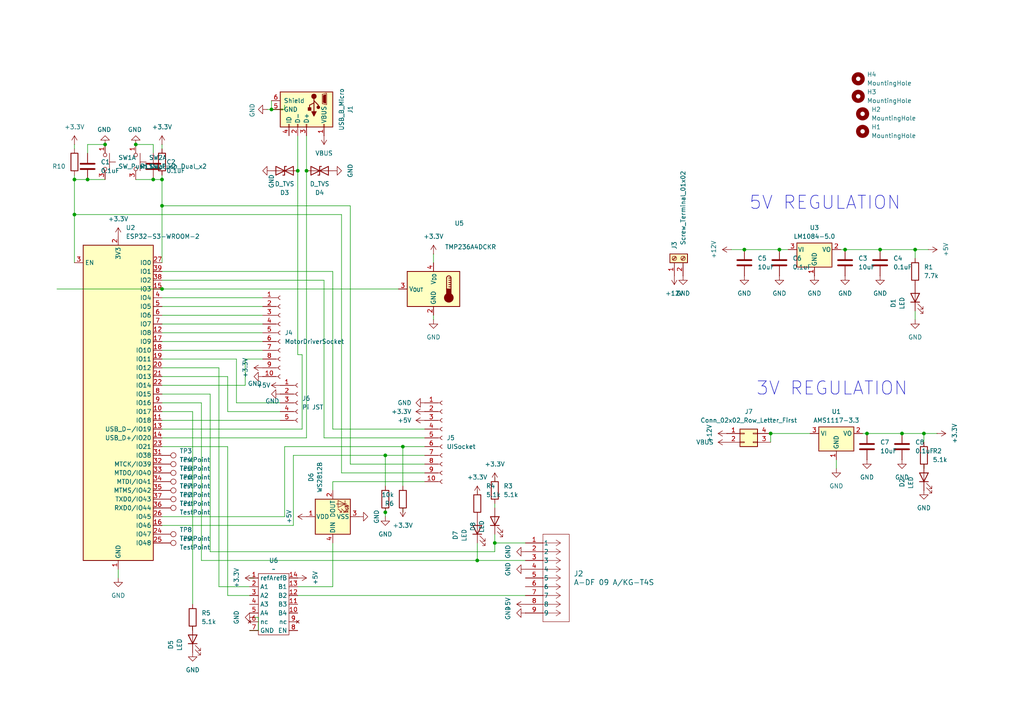
<source format=kicad_sch>
(kicad_sch (version 20231120) (generator "eeschema") (generator_version "8.0")
  (paper "A4")
  (lib_symbols
    (symbol "4xxx:A-DF_09_A_KG-T4S" (pin_names (offset 0.254))
      (property "Reference" "J" (at 8.89 6.35 0))
      (property "Value" "A-DF 09 A/KG-T4S" (at 0 0 0))
      (symbol "A-DF_09_A_KG-T4S_1_1"
        (pin unspecified line (at 0 0 0) (length 5.08) (name "1") (number "1"))
        (pin unspecified line (at 0 -2.54 0) (length 5.08) (name "2") (number "2"))
        (pin unspecified line (at 0 -5.08 0) (length 5.08) (name "3") (number "3"))
        (pin unspecified line (at 0 -7.62 0) (length 5.08) (name "4") (number "4"))
        (pin unspecified line (at 0 -10.16 0) (length 5.08) (name "5") (number "5"))
        (pin unspecified line (at 0 -12.7 0) (length 5.08) (name "6") (number "6"))
        (pin unspecified line (at 0 -15.24 0) (length 5.08) (name "7") (number "7"))
        (pin unspecified line (at 0 -17.78 0) (length 5.08) (name "8") (number "8"))
        (pin unspecified line (at 0 -20.32 0) (length 5.08) (name "9") (number "9"))
      )
      (symbol "A-DF_09_A_KG-T4S_1_2"
        (pin unspecified line (at 0 0 0) (length 5.08) (name "1") (number "1"))
        (pin unspecified line (at 0 -2.54 0) (length 5.08) (name "2") (number "2"))
        (pin unspecified line (at 0 -5.08 0) (length 5.08) (name "3") (number "3"))
        (pin unspecified line (at 0 -7.62 0) (length 5.08) (name "4") (number "4"))
        (pin unspecified line (at 0 -10.16 0) (length 5.08) (name "5") (number "5"))
        (pin unspecified line (at 0 -12.7 0) (length 5.08) (name "6") (number "6"))
        (pin unspecified line (at 0 -15.24 0) (length 5.08) (name "7") (number "7"))
        (pin unspecified line (at 0 -17.78 0) (length 5.08) (name "8") (number "8"))
        (pin unspecified line (at 0 -20.32 0) (length 5.08) (name "9") (number "9"))
      )
    )
    (symbol "4xxx:LSF0204PWJ"
      (property "Reference" "U6" (at -4.445 12.7 0))
      (property "Value" "~" (at -4.445 10.16 0))
      (symbol "LSF0204PWJ_1_1"
        (pin input line (at -11.43 7.62 0) (length 2.54) (name "refA") (number "1"))
        (pin input line (at 2.54 -2.54 180) (length 2.54) (name "B4") (number "10"))
        (pin input line (at 2.54 0 180) (length 2.54) (name "B3") (number "11"))
        (pin input line (at 2.54 2.54 180) (length 2.54) (name "B2") (number "12"))
        (pin input line (at 2.54 5.08 180) (length 2.54) (name "B1") (number "13"))
        (pin input line (at 2.54 7.62 180) (length 2.54) (name "refB") (number "14"))
        (pin input line (at -11.43 5.08 0) (length 2.54) (name "A1") (number "2"))
        (pin input line (at -11.43 2.54 0) (length 2.54) (name "A2") (number "3"))
        (pin input line (at -11.43 0 0) (length 2.54) (name "A3") (number "4"))
        (pin input line (at -11.43 -2.54 0) (length 2.54) (name "A4") (number "5"))
        (pin no_connect line (at -11.43 -5.08 0) (length 2.54) (name "nc") (number "6"))
        (pin input line (at -11.43 -7.62 0) (length 2.54) (name "GND") (number "7"))
        (pin input line (at 2.54 -7.62 180) (length 2.54) (name "EN") (number "8"))
        (pin no_connect line (at 2.54 -5.08 180) (length 2.54) (name "nc") (number "9"))
      )
    )
    (symbol "Connector:Conn_01x05_Socket" (pin_names (offset 1.016) hide)
      (property "Reference" "J" (at 0 7.62 0))
      (property "Value" "Conn_01x05_Socket" (at 0 -7.62 0))
      (symbol "Conn_01x05_Socket_1_1"
        (pin passive line (at -5.08 5.08 0) (length 3.81) (name "Pin_1") (number "1"))
        (pin passive line (at -5.08 2.54 0) (length 3.81) (name "Pin_2") (number "2"))
        (pin passive line (at -5.08 0 0) (length 3.81) (name "Pin_3") (number "3"))
        (pin passive line (at -5.08 -2.54 0) (length 3.81) (name "Pin_4") (number "4"))
        (pin passive line (at -5.08 -5.08 0) (length 3.81) (name "Pin_5") (number "5"))
      )
    )
    (symbol "Connector:Conn_01x10_Socket" (pin_names (offset 1.016) hide)
      (property "Reference" "J" (at 0 12.7 0))
      (property "Value" "Conn_01x10_Socket" (at 0 -15.24 0))
      (symbol "Conn_01x10_Socket_1_1"
        (pin passive line (at -5.08 10.16 0) (length 3.81) (name "Pin_1") (number "1"))
        (pin passive line (at -5.08 -12.7 0) (length 3.81) (name "Pin_10") (number "10"))
        (pin passive line (at -5.08 7.62 0) (length 3.81) (name "Pin_2") (number "2"))
        (pin passive line (at -5.08 5.08 0) (length 3.81) (name "Pin_3") (number "3"))
        (pin passive line (at -5.08 2.54 0) (length 3.81) (name "Pin_4") (number "4"))
        (pin passive line (at -5.08 0 0) (length 3.81) (name "Pin_5") (number "5"))
        (pin passive line (at -5.08 -2.54 0) (length 3.81) (name "Pin_6") (number "6"))
        (pin passive line (at -5.08 -5.08 0) (length 3.81) (name "Pin_7") (number "7"))
        (pin passive line (at -5.08 -7.62 0) (length 3.81) (name "Pin_8") (number "8"))
        (pin passive line (at -5.08 -10.16 0) (length 3.81) (name "Pin_9") (number "9"))
      )
    )
    (symbol "Connector:Screw_Terminal_01x02" (pin_names (offset 1.016) hide)
      (property "Reference" "J" (at 0 2.54 0))
      (property "Value" "Screw_Terminal_01x02" (at 0 -5.08 0))
      (symbol "Screw_Terminal_01x02_1_1"
        (pin passive line (at -5.08 0 0) (length 3.81) (name "Pin_1") (number "1"))
        (pin passive line (at -5.08 -2.54 0) (length 3.81) (name "Pin_2") (number "2"))
      )
    )
    (symbol "Connector:TestPoint" (pin_numbers hide) (pin_names (offset 0.762) hide)
      (property "Reference" "TP" (at 0 6.858 0))
      (property "Value" "TestPoint" (at 0 5.08 0))
      (symbol "TestPoint_1_1"
        (pin passive line (at 0 0 90) (length 2.54) (name "1") (number "1"))
      )
    )
    (symbol "Connector:USB_B_Micro" (pin_names (offset 1.016))
      (property "Reference" "J" (at -5.08 11.43 0))
      (property "Value" "USB_B_Micro" (at -5.08 8.89 0))
      (symbol "USB_B_Micro_1_1"
        (pin power_out line (at 7.62 5.08 180) (length 2.54) (name "VBUS") (number "1"))
        (pin bidirectional line (at 7.62 -2.54 180) (length 2.54) (name "D-") (number "2"))
        (pin bidirectional line (at 7.62 0 180) (length 2.54) (name "D+") (number "3"))
        (pin passive line (at 7.62 -5.08 180) (length 2.54) (name "ID") (number "4"))
        (pin power_out line (at 0 -10.16 90) (length 2.54) (name "GND") (number "5"))
        (pin passive line (at -2.54 -10.16 90) (length 2.54) (name "Shield") (number "6"))
      )
    )
    (symbol "Connector_Generic:Conn_02x02_Row_Letter_First" (pin_names (offset 1.016) hide)
      (property "Reference" "J7" (at 1.27 6.35 0))
      (property "Value" "Conn_02x02_Row_Letter_First" (at 1.27 3.81 0))
      (symbol "Conn_02x02_Row_Letter_First_1_1"
        (pin passive line (at -5.08 0 0) (length 3.81) (name "Pin_a1") (number "1"))
        (pin passive line (at -5.08 -2.54 0) (length 3.81) (name "Pin_a2") (number "2"))
        (pin passive line (at 7.62 -2.54 180) (length 3.81) (name "Pin_b2") (number "3"))
        (pin passive line (at 7.62 0 180) (length 3.81) (name "Pin_b1") (number "4"))
      )
    )
    (symbol "Device:C" (pin_numbers hide) (pin_names (offset 0.254))
      (property "Reference" "C" (at 0.635 2.54 0))
      (property "Value" "C" (at 0.635 -2.54 0))
      (symbol "C_1_1"
        (pin passive line (at 0 3.81 270) (length 2.794) (name "~") (number "1"))
        (pin passive line (at 0 -3.81 90) (length 2.794) (name "~") (number "2"))
      )
    )
    (symbol "Device:D_TVS" (pin_numbers hide) (pin_names (offset 1.016) hide)
      (property "Reference" "D" (at 0 2.54 0))
      (property "Value" "D_TVS" (at 0 -2.54 0))
      (symbol "D_TVS_1_1"
        (pin passive line (at -3.81 0 0) (length 2.54) (name "A1") (number "1"))
        (pin passive line (at 3.81 0 180) (length 2.54) (name "A2") (number "2"))
      )
    )
    (symbol "Device:LED" (pin_numbers hide) (pin_names (offset 1.016) hide)
      (property "Reference" "D" (at 0 2.54 0))
      (property "Value" "LED" (at 0 -2.54 0))
      (symbol "LED_1_1"
        (pin passive line (at -3.81 0 0) (length 2.54) (name "K") (number "1"))
        (pin passive line (at 3.81 0 180) (length 2.54) (name "A") (number "2"))
      )
    )
    (symbol "Device:R" (pin_numbers hide) (pin_names (offset 0))
      (property "Reference" "R" (at 2.032 0 90))
      (property "Value" "R" (at 0 0 90))
      (symbol "R_1_1"
        (pin passive line (at 0 3.81 270) (length 1.27) (name "~") (number "1"))
        (pin passive line (at 0 -3.81 90) (length 1.27) (name "~") (number "2"))
      )
    )
    (symbol "LED:WS2812B" (pin_names (offset 0.254))
      (property "Reference" "D" (at 5.08 5.715 0))
      (property "Value" "WS2812B" (at 1.27 -5.715 0))
      (symbol "WS2812B_0_0"
        (text "RGB" (at 2.286 -4.191 0) (effects (font (size 0.762 0.762))))
      )
      (symbol "WS2812B_1_1"
        (pin power_in line (at 0 7.62 270) (length 2.54) (name "VDD") (number "1"))
        (pin output line (at 7.62 0 180) (length 2.54) (name "DOUT") (number "2"))
        (pin power_in line (at 0 -7.62 90) (length 2.54) (name "VSS") (number "3"))
        (pin input line (at -7.62 0 0) (length 2.54) (name "DIN") (number "4"))
      )
    )
    (symbol "Mechanical:MountingHole" (pin_names (offset 1.016)) (exclude_from_sim yes) (in_bom no)
      (property "Reference" "H" (at 0 5.08 0))
      (property "Value" "MountingHole" (at 0 3.175 0))
    )
    (symbol "RF_Module:ESP32-S3-WROOM-2"
      (property "Reference" "U" (at -10.16 45.72 0))
      (property "Value" "ESP32-S3-WROOM-2" (at 2.54 45.72 0))
      (symbol "ESP32-S3-WROOM-2_1_1"
        (pin power_in line (at 0 -48.26 90) (length 2.54) (name "GND") (number "1"))
        (pin bidirectional line (at 12.7 -2.54 180) (length 2.54) (name "IO17") (number "10"))
        (pin bidirectional line (at 12.7 -5.08 180) (length 2.54) (name "IO18") (number "11"))
        (pin bidirectional line (at 12.7 20.32 180) (length 2.54) (name "IO8") (number "12"))
        (pin bidirectional line (at 12.7 -7.62 180) (length 2.54) (name "USB_D-/IO19") (number "13"))
        (pin bidirectional line (at 12.7 -10.16 180) (length 2.54) (name "USB_D+/IO20") (number "14"))
        (pin bidirectional line (at 12.7 33.02 180) (length 2.54) (name "IO3") (number "15"))
        (pin bidirectional line (at 12.7 -35.56 180) (length 2.54) (name "IO46") (number "16"))
        (pin bidirectional line (at 12.7 17.78 180) (length 2.54) (name "IO9") (number "17"))
        (pin bidirectional line (at 12.7 15.24 180) (length 2.54) (name "IO10") (number "18"))
        (pin bidirectional line (at 12.7 12.7 180) (length 2.54) (name "IO11") (number "19"))
        (pin power_in line (at 0 48.26 270) (length 2.54) (name "3V3") (number "2"))
        (pin bidirectional line (at 12.7 10.16 180) (length 2.54) (name "IO12") (number "20"))
        (pin bidirectional line (at 12.7 7.62 180) (length 2.54) (name "IO13") (number "21"))
        (pin bidirectional line (at 12.7 5.08 180) (length 2.54) (name "IO14") (number "22"))
        (pin bidirectional line (at 12.7 -12.7 180) (length 2.54) (name "IO21") (number "23"))
        (pin bidirectional line (at 12.7 -38.1 180) (length 2.54) (name "IO47") (number "24"))
        (pin bidirectional line (at 12.7 -40.64 180) (length 2.54) (name "IO48") (number "25"))
        (pin bidirectional line (at 12.7 -33.02 180) (length 2.54) (name "IO45") (number "26"))
        (pin bidirectional line (at 12.7 40.64 180) (length 2.54) (name "IO0") (number "27"))
        (pin no_connect line (at -10.16 -35.56 0) (length 2.54) hide (name "NC") (number "28"))
        (pin no_connect line (at -10.16 -38.1 0) (length 2.54) hide (name "NC") (number "29"))
        (pin input line (at -12.7 40.64 0) (length 2.54) (name "EN") (number "3"))
        (pin no_connect line (at -10.16 -40.64 0) (length 2.54) hide (name "NC") (number "30"))
        (pin bidirectional line (at 12.7 -15.24 180) (length 2.54) (name "IO38") (number "31"))
        (pin bidirectional line (at 12.7 -17.78 180) (length 2.54) (name "MTCK/IO39") (number "32"))
        (pin bidirectional line (at 12.7 -20.32 180) (length 2.54) (name "MTDO/IO40") (number "33"))
        (pin bidirectional line (at 12.7 -22.86 180) (length 2.54) (name "MTDI/IO41") (number "34"))
        (pin bidirectional line (at 12.7 -25.4 180) (length 2.54) (name "MTMS/IO42") (number "35"))
        (pin bidirectional line (at 12.7 -30.48 180) (length 2.54) (name "RXD0/IO44") (number "36"))
        (pin bidirectional line (at 12.7 -27.94 180) (length 2.54) (name "TXD0/IO43") (number "37"))
        (pin bidirectional line (at 12.7 35.56 180) (length 2.54) (name "IO2") (number "38"))
        (pin bidirectional line (at 12.7 38.1 180) (length 2.54) (name "IO1") (number "39"))
        (pin bidirectional line (at 12.7 30.48 180) (length 2.54) (name "IO4") (number "4"))
        (pin passive line (at 0 -48.26 90) (length 2.54) hide (name "GND") (number "40"))
        (pin passive line (at 0 -48.26 90) (length 2.54) hide (name "GND") (number "41"))
        (pin bidirectional line (at 12.7 27.94 180) (length 2.54) (name "IO5") (number "5"))
        (pin bidirectional line (at 12.7 25.4 180) (length 2.54) (name "IO6") (number "6"))
        (pin bidirectional line (at 12.7 22.86 180) (length 2.54) (name "IO7") (number "7"))
        (pin bidirectional line (at 12.7 2.54 180) (length 2.54) (name "IO15") (number "8"))
        (pin bidirectional line (at 12.7 0 180) (length 2.54) (name "IO16") (number "9"))
      )
    )
    (symbol "Regulator_Linear:AMS1117-3.3"
      (property "Reference" "U" (at -3.81 3.175 0))
      (property "Value" "AMS1117-3.3" (at 0 3.175 0))
      (symbol "AMS1117-3.3_1_1"
        (pin power_in line (at 0 -7.62 90) (length 2.54) (name "GND") (number "1"))
        (pin power_out line (at 7.62 0 180) (length 2.54) (name "VO") (number "2"))
        (pin power_in line (at -7.62 0 0) (length 2.54) (name "VI") (number "3"))
      )
    )
    (symbol "Regulator_Linear:LM1084-5.0" (pin_names (offset 0.254))
      (property "Reference" "U" (at -3.81 3.175 0))
      (property "Value" "LM1084-5.0" (at 0 3.175 0))
      (symbol "LM1084-5.0_1_1"
        (pin power_in line (at 0 -7.62 90) (length 2.54) (name "GND") (number "1"))
        (pin power_out line (at 7.62 0 180) (length 2.54) (name "VO") (number "2"))
        (pin power_in line (at -7.62 0 0) (length 2.54) (name "VI") (number "3"))
      )
    )
    (symbol "SW_Push_Dual_x2_1" (pin_names (offset 1.016) hide)
      (property "Reference" "SW1" (at -1.2701 3.81 90))
      (property "Value" "SW_Push_Dual_x2" (at 1.2699 3.81 90))
      (symbol "SW_Push_Dual_x2_1_1_1"
        (pin passive line (at -5.08 0 0) (length 2.54) (name "C") (number "1"))
        (pin passive line (at 5.08 0 180) (length 2.54) (name "D") (number "3"))
      )
      (symbol "SW_Push_Dual_x2_1_2_1"
        (pin passive line (at -5.08 0 0) (length 2.54) (name "C") (number "3"))
        (pin passive line (at 5.08 0 180) (length 2.54) (name "D") (number "4"))
      )
    )
    (symbol "Sensor_Temperature:TMP20AIDCK"
      (property "Reference" "U" (at -6.35 6.35 0))
      (property "Value" "TMP20AIDCK" (at 1.27 6.35 0))
      (symbol "TMP20AIDCK_1_1"
        (pin no_connect line (at 10.16 -2.54 180) (length 2.54) hide (name "NC") (number "1"))
        (pin power_in line (at 0 -7.62 90) (length 2.54) (name "GND") (number "2"))
        (pin output line (at 10.16 0 180) (length 2.54) (name "V_{OUT}") (number "3"))
        (pin power_in line (at 0 7.62 270) (length 2.54) (name "V_{DD}") (number "4"))
        (pin passive line (at 0 -7.62 90) (length 2.54) hide (name "GND") (number "5"))
      )
    )
    (symbol "Switch:SW_Push_Dual_x2" (pin_names (offset 1.016) hide)
      (property "Reference" "SW2" (at -1.2701 3.81 90))
      (property "Value" "SW_Push_Dual_x2" (at 1.2699 3.81 90))
      (symbol "SW_Push_Dual_x2_1_1"
        (pin passive line (at -5.08 0 0) (length 2.54) (name "C") (number "1"))
        (pin passive line (at 5.08 0 180) (length 2.54) (name "D") (number "3"))
      )
      (symbol "SW_Push_Dual_x2_2_1"
        (pin passive line (at -5.08 0 0) (length 2.54) (name "C") (number "3"))
        (pin passive line (at 5.08 0 180) (length 2.54) (name "D") (number "4"))
      )
    )
    (symbol "power:+12V" (power) (pin_numbers hide) (pin_names (offset 0) hide)
      (property "Value" "+12V" (at 0 3.556 0))
      (symbol "+12V_1_1"
        (pin power_in line (at 0 0 90) (length 0) (name "~") (number "1"))
      )
    )
    (symbol "power:+3.3V" (power) (pin_numbers hide) (pin_names (offset 0) hide)
      (property "Value" "+3.3V" (at 0 3.556 0))
      (symbol "+3.3V_1_1"
        (pin power_in line (at 0 0 90) (length 0) (name "~") (number "1"))
      )
    )
    (symbol "power:+5V" (power) (pin_numbers hide) (pin_names (offset 0) hide)
      (property "Value" "+5V" (at 0 3.556 0))
      (symbol "+5V_1_1"
        (pin power_in line (at 0 0 90) (length 0) (name "~") (number "1"))
      )
    )
    (symbol "power:GND" (power) (pin_numbers hide) (pin_names (offset 0) hide)
      (property "Value" "GND" (at 0 -3.81 0))
      (symbol "GND_1_1"
        (pin power_in line (at 0 0 270) (length 0) (name "~") (number "1"))
      )
    )
    (symbol "power:VBUS" (power) (pin_numbers hide) (pin_names (offset 0) hide)
      (property "Value" "VBUS" (at 0 3.556 0))
      (symbol "VBUS_1_1"
        (pin power_in line (at 0 0 90) (length 0) (name "~") (number "1"))
      )
    )
  )
  (junction (at 46.99 83.82))
  (junction (at 261.62 125.73))
  (junction (at 111.76 148.59))
  (junction (at 143.51 157.48))
  (junction (at 44.45 52.07))
  (junction (at 215.9 72.39))
  (junction (at 251.46 125.73))
  (junction (at 226.06 72.39))
  (junction (at 78.74 31.75))
  (junction (at 116.84 129.54))
  (junction (at 111.76 132.08))
  (junction (at 138.43 162.56))
  (junction (at 223.52 125.73))
  (junction (at 267.97 125.73))
  (junction (at 255.27 72.39))
  (junction (at 39.37 41.91))
  (junction (at 245.11 72.39))
  (junction (at 86.36 49.53))
  (junction (at 88.9 49.53))
  (junction (at 25.4 52.07))
  (junction (at 30.48 41.91))
  (junction (at 21.59 62.23))
  (junction (at 46.99 52.07))
  (junction (at 21.59 52.07))
  (junction (at 265.43 72.39))
  (junction (at 46.99 59.69))
  (wire (pts (xy 46.99 59.69) (xy 46.99 52.07)))
  (wire (pts (xy 234.95 125.73) (xy 223.52 125.73)))
  (wire (pts (xy 88.9 49.53) (xy 88.9 127)))
  (wire (pts (xy 58.42 162.56) (xy 138.43 162.56)))
  (wire (pts (xy 96.52 124.46) (xy 123.19 124.46)))
  (wire (pts (xy 82.55 30.48) (xy 82.55 31.75)))
  (wire (pts (xy 143.51 154.94) (xy 143.51 157.48)))
  (wire (pts (xy 46.99 41.91) (xy 46.99 43.18)))
  (wire (pts (xy 58.42 116.84) (xy 58.42 162.56)))
  (wire (pts (xy 265.43 72.39) (xy 269.24 72.39)))
  (wire (pts (xy 138.43 162.56) (xy 152.4 162.56)))
  (wire (pts (xy 116.84 129.54) (xy 123.19 129.54)))
  (wire (pts (xy 21.59 62.23) (xy 21.59 52.07)))
  (wire (pts (xy 46.99 52.07) (xy 44.45 52.07)))
  (wire (pts (xy 85.09 152.4) (xy 85.09 132.08)))
  (wire (pts (xy 143.51 146.05) (xy 143.51 147.32)))
  (wire (pts (xy 46.99 96.52) (xy 76.2 96.52)))
  (wire (pts (xy 16.51 83.82) (xy 46.99 83.82)))
  (wire (pts (xy 250.19 125.73) (xy 251.46 125.73)))
  (wire (pts (xy 46.99 76.2) (xy 46.99 59.69)))
  (wire (pts (xy 46.99 116.84) (xy 58.42 116.84)))
  (wire (pts (xy 251.46 125.73) (xy 261.62 125.73)))
  (wire (pts (xy 25.4 52.07) (xy 30.48 52.07)))
  (wire (pts (xy 46.99 149.86) (xy 82.55 149.86)))
  (wire (pts (xy 46.99 104.14) (xy 68.58 104.14)))
  (wire (pts (xy 223.52 125.73) (xy 223.52 128.27)))
  (wire (pts (xy 21.59 76.2) (xy 21.59 62.23)))
  (wire (pts (xy 66.04 172.72) (xy 72.39 172.72)))
  (wire (pts (xy 71.12 111.76) (xy 71.12 104.14)))
  (wire (pts (xy 44.45 41.91) (xy 39.37 41.91)))
  (wire (pts (xy 111.76 148.59) (xy 111.76 147.32)))
  (wire (pts (xy 46.99 78.74) (xy 96.52 78.74)))
  (wire (pts (xy 265.43 72.39) (xy 265.43 74.93)))
  (wire (pts (xy 123.19 134.62) (xy 101.6 134.62)))
  (wire (pts (xy 243.84 72.39) (xy 245.11 72.39)))
  (wire (pts (xy 242.57 133.35) (xy 242.57 135.89)))
  (wire (pts (xy 68.58 104.14) (xy 68.58 116.84)))
  (wire (pts (xy 86.36 102.87) (xy 87.63 102.87)))
  (wire (pts (xy 46.99 129.54) (xy 66.04 129.54)))
  (wire (pts (xy 86.36 170.18) (xy 96.52 170.18)))
  (wire (pts (xy 46.99 93.98) (xy 76.2 93.98)))
  (wire (pts (xy 116.84 148.59) (xy 116.84 147.32)))
  (wire (pts (xy 21.59 41.91) (xy 21.59 43.18)))
  (wire (pts (xy 116.84 129.54) (xy 116.84 140.97)))
  (wire (pts (xy 25.4 41.91) (xy 30.48 41.91)))
  (wire (pts (xy 255.27 72.39) (xy 265.43 72.39)))
  (wire (pts (xy 46.99 83.82) (xy 115.57 83.82)))
  (wire (pts (xy 87.63 124.46) (xy 46.99 124.46)))
  (wire (pts (xy 46.99 121.92) (xy 81.28 121.92)))
  (wire (pts (xy 265.43 90.17) (xy 265.43 92.71)))
  (wire (pts (xy 68.58 116.84) (xy 81.28 116.84)))
  (wire (pts (xy 111.76 148.59) (xy 111.76 149.86)))
  (wire (pts (xy 101.6 59.69) (xy 46.99 59.69)))
  (wire (pts (xy 82.55 149.86) (xy 82.55 129.54)))
  (wire (pts (xy 96.52 170.18) (xy 96.52 157.48)))
  (wire (pts (xy 46.99 99.06) (xy 76.2 99.06)))
  (wire (pts (xy 86.36 172.72) (xy 152.4 172.72)))
  (wire (pts (xy 212.09 72.39) (xy 215.9 72.39)))
  (wire (pts (xy 267.97 125.73) (xy 271.78 125.73)))
  (wire (pts (xy 96.52 142.24) (xy 96.52 139.7)))
  (wire (pts (xy 101.6 134.62) (xy 101.6 59.69)))
  (wire (pts (xy 87.63 102.87) (xy 87.63 124.46)))
  (wire (pts (xy 93.98 81.28) (xy 93.98 127)))
  (wire (pts (xy 88.9 127) (xy 46.99 127)))
  (wire (pts (xy 267.97 134.62) (xy 267.97 135.89)))
  (wire (pts (xy 46.99 81.28) (xy 93.98 81.28)))
  (wire (pts (xy 96.52 139.7) (xy 123.19 139.7)))
  (wire (pts (xy 72.39 167.64) (xy 73.66 167.64)))
  (wire (pts (xy 77.47 31.75) (xy 78.74 31.75)))
  (wire (pts (xy 82.55 129.54) (xy 116.84 129.54)))
  (wire (pts (xy 78.74 29.21) (xy 78.74 31.75)))
  (wire (pts (xy 143.51 160.02) (xy 143.51 157.48)))
  (wire (pts (xy 46.99 109.22) (xy 66.04 109.22)))
  (wire (pts (xy 88.9 39.37) (xy 88.9 49.53)))
  (wire (pts (xy 46.99 106.68) (xy 63.5 106.68)))
  (wire (pts (xy 215.9 72.39) (xy 226.06 72.39)))
  (wire (pts (xy 66.04 119.38) (xy 81.28 119.38)))
  (wire (pts (xy 21.59 50.8) (xy 21.59 52.07)))
  (wire (pts (xy 46.99 50.8) (xy 46.99 52.07)))
  (wire (pts (xy 66.04 109.22) (xy 66.04 119.38)))
  (wire (pts (xy 71.12 104.14) (xy 76.2 104.14)))
  (wire (pts (xy 111.76 132.08) (xy 123.19 132.08)))
  (wire (pts (xy 96.52 78.74) (xy 96.52 124.46)))
  (wire (pts (xy 125.73 91.44) (xy 125.73 92.71)))
  (wire (pts (xy 55.88 119.38) (xy 55.88 175.26)))
  (wire (pts (xy 72.39 182.88) (xy 74.93 182.88)))
  (wire (pts (xy 60.96 160.02) (xy 143.51 160.02)))
  (wire (pts (xy 245.11 72.39) (xy 255.27 72.39)))
  (wire (pts (xy 93.98 127) (xy 123.19 127)))
  (wire (pts (xy 143.51 157.48) (xy 152.4 157.48)))
  (wire (pts (xy 21.59 52.07) (xy 25.4 52.07)))
  (wire (pts (xy 63.5 106.68) (xy 63.5 170.18)))
  (wire (pts (xy 226.06 72.39) (xy 228.6 72.39)))
  (wire (pts (xy 44.45 41.91) (xy 44.45 44.45)))
  (wire (pts (xy 74.93 182.88) (xy 74.93 179.07)))
  (wire (pts (xy 143.51 138.43) (xy 143.51 139.7)))
  (wire (pts (xy 86.36 49.53) (xy 86.36 102.87)))
  (wire (pts (xy 46.99 152.4) (xy 85.09 152.4)))
  (wire (pts (xy 74.93 179.07) (xy 73.66 179.07)))
  (wire (pts (xy 46.99 119.38) (xy 55.88 119.38)))
  (wire (pts (xy 46.99 91.44) (xy 76.2 91.44)))
  (wire (pts (xy 123.19 137.16) (xy 99.06 137.16)))
  (wire (pts (xy 111.76 132.08) (xy 111.76 140.97)))
  (wire (pts (xy 138.43 157.48) (xy 138.43 162.56)))
  (wire (pts (xy 99.06 62.23) (xy 21.59 62.23)))
  (wire (pts (xy 261.62 125.73) (xy 267.97 125.73)))
  (wire (pts (xy 46.99 101.6) (xy 76.2 101.6)))
  (wire (pts (xy 46.99 86.36) (xy 76.2 86.36)))
  (wire (pts (xy 125.73 73.66) (xy 125.73 76.2)))
  (wire (pts (xy 25.4 41.91) (xy 25.4 44.45)))
  (wire (pts (xy 63.5 170.18) (xy 72.39 170.18)))
  (wire (pts (xy 78.74 31.75) (xy 82.55 31.75)))
  (wire (pts (xy 46.99 114.3) (xy 60.96 114.3)))
  (wire (pts (xy 44.45 52.07) (xy 39.37 52.07)))
  (wire (pts (xy 86.36 39.37) (xy 86.36 49.53)))
  (wire (pts (xy 138.43 142.24) (xy 138.43 143.51)))
  (wire (pts (xy 60.96 114.3) (xy 60.96 160.02)))
  (wire (pts (xy 34.29 165.1) (xy 34.29 167.64)))
  (wire (pts (xy 267.97 125.73) (xy 267.97 128.27)))
  (wire (pts (xy 85.09 132.08) (xy 111.76 132.08)))
  (wire (pts (xy 66.04 129.54) (xy 66.04 172.72)))
  (wire (pts (xy 46.99 111.76) (xy 71.12 111.76)))
  (wire (pts (xy 99.06 137.16) (xy 99.06 62.23)))
  (wire (pts (xy 46.99 88.9) (xy 76.2 88.9)))
  (wire (pts (xy 55.88 181.61) (xy 55.88 182.88)))
  (text "5V REGULATION" (at 239.268 58.928 0) (effects (font (size 3.81 3.81))))
  (text "3V REGULATION" (at 241.3 112.776 0) (effects (font (size 3.81 3.81))))
  (symbol (lib_id "Connector:TestPoint") (at 46.99 134.62 270) (unit 1)
    (property "Reference" "TP4" (at 52.07 133.3499 90) (effects (justify left)))
    (property "Value" "TestPoint" (at 52.07 135.8899 90) (effects (justify left)))
    (property "Footprint" "TestPoint:TestPoint_Pad_1.5x1.5mm" (effects (hide yes)))
    (property "Description" "test point" (effects (hide yes)))
  )
  (symbol (lib_id "power:+12V") (at 210.82 125.73 90) (unit 1)
    (property "Reference" "#PWR07" (effects (hide yes)))
    (property "Value" "+12V" (at 205.74 125.73 0))
    (property "Description" "Power symbol creates a global label with name \"+12V\"" (effects (hide yes)))
  )
  (symbol (lib_id "RF_Module:ESP32-S3-WROOM-2") (at 34.29 116.84 0) (unit 1)
    (property "Reference" "U2" (at 36.4841 66.04 0) (effects (justify left)))
    (property "Value" "ESP32-S3-WROOM-2" (at 36.4841 68.58 0) (effects (justify left)))
    (property "Footprint" "RF_Module:ESP32-S3-WROOM-2" (effects (hide yes)))
    (property "Datasheet" "https://www.espressif.com/sites/default/files/documentation/esp32-s3-wroom-2_datasheet_en.pdf" (effects (hide yes)))
    (property "Description" "RF Module, 2.4 GHz, Wi­-Fi, Bluetooth, BLE, ESP32­-S3R8V" (effects (hide yes)))
  )
  (symbol (lib_id "power:GND") (at 152.4 165.1 270) (unit 1)
    (property "Reference" "#PWR035" (effects (hide yes)))
    (property "Value" "GND" (at 147.32 165.1 0))
    (property "Description" "Power symbol creates a global label with name \"GND\" , ground" (effects (hide yes)))
  )
  (symbol (lib_id "Regulator_Linear:LM1084-5.0") (at 236.22 72.39 0) (unit 1)
    (property "Reference" "U3" (at 236.22 66.04 0))
    (property "Value" "LM1084-5.0" (at 236.22 68.58 0))
    (property "Footprint" "Package_TO_SOT_SMD:TO-263-3_TabPin2" (effects (hide yes)))
    (property "Datasheet" "http://www.ti.com/lit/ds/symlink/lm1084.pdf" (effects (hide yes)))
    (property "Description" "5A 27V Linear Regulator, Fixed Output 5.0V, TO-220/TO-263" (effects (hide yes)))
  )
  (symbol (lib_id "power:GND") (at 96.52 49.53 90) (unit 1)
    (property "Reference" "#PWR020" (effects (hide yes)))
    (property "Value" "GND" (at 101.6 49.53 0))
    (property "Description" "Power symbol creates a global label with name \"GND\" , ground" (effects (hide yes)))
  )
  (symbol (lib_id "power:+3.3V") (at 76.2 106.68 90) (unit 1)
    (property "Reference" "#PWR033" (effects (hide yes)))
    (property "Value" "+3.3V" (at 71.12 106.68 0))
    (property "Description" "Power symbol creates a global label with name \"+3.3V\"" (effects (hide yes)))
  )
  (symbol (lib_id "power:+5V") (at 152.4 175.26 90) (unit 1)
    (property "Reference" "#PWR025" (effects (hide yes)))
    (property "Value" "+5V" (at 147.32 175.26 0))
    (property "Description" "Power symbol creates a global label with name \"+5V\"" (effects (hide yes)))
  )
  (symbol (lib_id "Sensor_Temperature:TMP20AIDCK") (at 125.73 83.82 0) (mirror y) (unit 1)
    (property "Reference" "U5" (at 131.826 64.77 0) (effects (justify right)))
    (property "Value" "TMP236A4DCKR" (at 129.032 71.628 0) (effects (justify right)))
    (property "Footprint" "Package_TO_SOT_SMD:SOT-353_SC-70-5_Handsoldering" (effects (hide yes)))
    (property "Datasheet" "https://www.ti.com/lit/ds/symlink/tmp236.pdf?HQS=dis-dk-null-digikeymode-dsf-pf-null-wwe&ts=1728355603523&ref_url=https%253A%252F%252Fwww.ti.com%252Fgeneral%252Fdocs%252Fsuppproductinfo.tsp%253FdistId%253D10%2526gotoUrl%253Dhttps%253A%252F%252Fwww.ti.com%252Flit%252Fgpn%252Ftmp236" (effects (hide yes)))
    (property "Description" "Analog thermistor temperature sensor, ±2.5C accuracy, -55C to +130C, SC-70-5" (effects (hide yes)))
  )
  (symbol (lib_id "power:VBUS") (at 93.98 39.37 180) (unit 1)
    (property "Reference" "#PWR040" (effects (hide yes)))
    (property "Value" "VBUS" (at 93.98 44.45 0))
    (property "Description" "Power symbol creates a global label with name \"VBUS\"" (effects (hide yes)))
  )
  (symbol (lib_id "power:+12V") (at 212.09 72.39 90) (unit 1)
    (property "Reference" "#PWR03" (effects (hide yes)))
    (property "Value" "+12V" (at 207.01 72.39 0))
    (property "Description" "Power symbol creates a global label with name \"+12V\"" (effects (hide yes)))
  )
  (symbol (lib_id "Device:C") (at 251.46 129.54 0) (unit 1)
    (property "Reference" "C7" (at 255.27 128.2699 0) (effects (justify left)))
    (property "Value" "10uF" (at 255.27 130.8099 0) (effects (justify left)))
    (property "Footprint" "Capacitor_SMD:C_0805_2012Metric_Pad1.18x1.45mm_HandSolder" (effects (hide yes)))
    (property "Description" "Unpolarized capacitor" (effects (hide yes)))
  )
  (symbol (lib_id "power:GND") (at 245.11 80.01 0) (unit 1)
    (property "Reference" "#PWR011" (effects (hide yes)))
    (property "Value" "GND" (at 245.11 85.09 0))
    (property "Description" "Power symbol creates a global label with name \"GND\" , ground" (effects (hide yes)))
  )
  (symbol (lib_id "Regulator_Linear:AMS1117-3.3") (at 242.57 125.73 0) (unit 1)
    (property "Reference" "U1" (at 242.57 119.38 0))
    (property "Value" "AMS1117-3.3" (at 242.57 121.92 0))
    (property "Footprint" "Package_TO_SOT_SMD:SOT-223-3_TabPin2" (effects (hide yes)))
    (property "Datasheet" "http://www.advanced-monolithic.com/pdf/ds1117.pdf" (effects (hide yes)))
    (property "Description" "1A Low Dropout regulator, positive, 3.3V fixed output, SOT-223" (effects (hide yes)))
  )
  (symbol (lib_id "power:GND") (at 125.73 92.71 0) (mirror y) (unit 1)
    (property "Reference" "#PWR028" (effects (hide yes)))
    (property "Value" "GND" (at 125.73 97.79 0))
    (property "Description" "Power symbol creates a global label with name \"GND\" , ground" (effects (hide yes)))
  )
  (symbol (lib_id "power:GND") (at 123.19 116.84 270) (unit 1)
    (property "Reference" "#PWR014" (effects (hide yes)))
    (property "Value" "GND" (at 119.38 116.8399 90) (effects (justify right)))
    (property "Description" "Power symbol creates a global label with name \"GND\" , ground" (effects (hide yes)))
  )
  (symbol (lib_id "Device:D_TVS") (at 92.71 49.53 180) (unit 1)
    (property "Reference" "D4" (at 92.71 55.88 0))
    (property "Value" "D_TVS" (at 92.71 53.34 0))
    (property "Footprint" "Diode_SMD:D_SOD-323_HandSoldering" (effects (hide yes)))
    (property "Description" "Bidirectional transient-voltage-suppression diode" (effects (hide yes)))
  )
  (symbol (lib_id "Device:C") (at 255.27 76.2 0) (unit 1)
    (property "Reference" "C4" (at 259.08 74.9299 0) (effects (justify left)))
    (property "Value" "0.1uF" (at 259.08 77.4699 0) (effects (justify left)))
    (property "Footprint" "Capacitor_SMD:C_0805_2012Metric_Pad1.18x1.45mm_HandSolder" (effects (hide yes)))
    (property "Description" "Unpolarized capacitor" (effects (hide yes)))
  )
  (symbol (lib_id "power:+5V") (at 88.9 149.86 90) (unit 1)
    (property "Reference" "#PWR043" (effects (hide yes)))
    (property "Value" "+5V" (at 83.82 149.86 0))
    (property "Description" "Power symbol creates a global label with name \"+5V\"" (effects (hide yes)))
  )
  (symbol (lib_id "power:+3.3V") (at 125.73 73.66 0) (mirror y) (unit 1)
    (property "Reference" "#PWR027" (effects (hide yes)))
    (property "Value" "+3.3V" (at 125.73 68.58 0))
    (property "Description" "Power symbol creates a global label with name \"+3.3V\"" (effects (hide yes)))
  )
  (symbol (lib_id "Device:C") (at 261.62 129.54 0) (unit 1)
    (property "Reference" "C8" (at 265.43 128.2699 0) (effects (justify left)))
    (property "Value" "0.1uF" (at 265.43 130.8099 0) (effects (justify left)))
    (property "Footprint" "Capacitor_SMD:C_0805_2012Metric_Pad1.18x1.45mm_HandSolder" (effects (hide yes)))
    (property "Description" "Unpolarized capacitor" (effects (hide yes)))
  )
  (symbol (lib_id "power:+3.3V") (at 34.29 68.58 0) (unit 1)
    (property "Reference" "#PWR05" (effects (hide yes)))
    (property "Value" "+3.3V" (at 34.29 63.5 0))
    (property "Description" "Power symbol creates a global label with name \"+3.3V\"" (effects (hide yes)))
  )
  (symbol (lib_id "Mechanical:MountingHole") (at 250.19 33.02 0) (unit 1) (exclude_from_sim yes) (in_bom no)
    (property "Reference" "H2" (at 252.73 31.7499 0) (effects (justify left)))
    (property "Value" "MountingHole" (at 252.73 34.2899 0) (effects (justify left)))
    (property "Footprint" "MountingHole:MountingHole_3.2mm_M3" (effects (hide yes)))
    (property "Description" "Mounting Hole without connection" (effects (hide yes)))
  )
  (symbol (lib_id "Device:R") (at 21.59 46.99 180) (unit 1)
    (property "Reference" "R10" (at 19.05 48.2601 0) (effects (justify left)))
    (property "Value" "10k" (effects (hide yes)))
    (property "Footprint" "Resistor_SMD:R_0805_2012Metric_Pad1.20x1.40mm_HandSolder" (effects (hide yes)))
    (property "Description" "Resistor" (effects (hide yes)))
  )
  (symbol (lib_id "Device:R") (at 46.99 46.99 180) (unit 1)
    (property "Reference" "R11" (at 44.45 48.2601 0) (effects (justify left)))
    (property "Value" "10k" (effects (hide yes)))
    (property "Footprint" "Resistor_SMD:R_0805_2012Metric_Pad1.20x1.40mm_HandSolder" (effects (hide yes)))
    (property "Description" "Resistor" (effects (hide yes)))
  )
  (symbol (lib_id "power:+3.3V") (at 116.84 147.32 180) (unit 1)
    (property "Reference" "#PWR042" (effects (hide yes)))
    (property "Value" "+3.3V" (at 116.84 152.4 0))
    (property "Description" "Power symbol creates a global label with name \"+3.3V\"" (effects (hide yes)))
  )
  (symbol (lib_id "power:GND") (at 242.57 135.89 0) (unit 1)
    (property "Reference" "#PWR06" (effects (hide yes)))
    (property "Value" "GND" (at 242.57 140.97 0))
    (property "Description" "Power symbol creates a global label with name \"GND\" , ground" (effects (hide yes)))
  )
  (symbol (lib_id "power:GND") (at 152.4 177.8 270) (unit 1)
    (property "Reference" "#PWR024" (effects (hide yes)))
    (property "Value" "GND" (at 147.32 177.8 0))
    (property "Description" "Power symbol creates a global label with name \"GND\" , ground" (effects (hide yes)))
  )
  (symbol (lib_id "Device:LED") (at 265.43 86.36 90) (unit 1)
    (property "Reference" "D1" (at 259.08 87.9475 0))
    (property "Value" "LED" (at 261.62 87.9475 0))
    (property "Footprint" "LED_SMD:LED_0805_2012Metric_Pad1.15x1.40mm_HandSolder" (effects (hide yes)))
    (property "Description" "Light emitting diode" (effects (hide yes)))
  )
  (symbol (lib_id "power:GND") (at 226.06 80.01 0) (unit 1)
    (property "Reference" "#PWR09" (effects (hide yes)))
    (property "Value" "GND" (at 226.06 85.09 0))
    (property "Description" "Power symbol creates a global label with name \"GND\" , ground" (effects (hide yes)))
  )
  (symbol (lib_id "power:GND") (at 104.14 149.86 90) (unit 1)
    (property "Reference" "#PWR044" (effects (hide yes)))
    (property "Value" "GND" (at 109.22 149.86 0))
    (property "Description" "Power symbol creates a global label with name \"GND\" , ground" (effects (hide yes)))
  )
  (symbol (lib_id "power:VBUS") (at 210.82 128.27 90) (unit 1)
    (property "Reference" "#PWR041" (effects (hide yes)))
    (property "Value" "VBUS" (at 207.01 128.2699 90) (effects (justify left)))
    (property "Description" "Power symbol creates a global label with name \"VBUS\"" (effects (hide yes)))
  )
  (symbol (lib_id "power:GND") (at 215.9 80.01 0) (unit 1)
    (property "Reference" "#PWR010" (effects (hide yes)))
    (property "Value" "GND" (at 215.9 85.09 0))
    (property "Description" "Power symbol creates a global label with name \"GND\" , ground" (effects (hide yes)))
  )
  (symbol (lib_id "Device:LED") (at 267.97 138.43 90) (unit 1)
    (property "Reference" "D2" (at 261.62 140.0175 0))
    (property "Value" "LED" (at 264.16 140.0175 0))
    (property "Footprint" "LED_SMD:LED_0805_2012Metric_Pad1.15x1.40mm_HandSolder" (effects (hide yes)))
    (property "Description" "Light emitting diode" (effects (hide yes)))
  )
  (symbol (lib_id "Device:C") (at 226.06 76.2 0) (unit 1)
    (property "Reference" "C6" (at 229.87 74.9299 0) (effects (justify left)))
    (property "Value" "0.1uF" (at 229.87 77.4699 0) (effects (justify left)))
    (property "Footprint" "Capacitor_SMD:C_0805_2012Metric_Pad1.18x1.45mm_HandSolder" (effects (hide yes)))
    (property "Description" "Unpolarized capacitor" (effects (hide yes)))
  )
  (symbol (lib_id "Connector:TestPoint") (at 46.99 147.32 270) (unit 1)
    (property "Reference" "TP1" (at 52.07 146.0499 90) (effects (justify left)))
    (property "Value" "TestPoint" (at 52.07 148.5899 90) (effects (justify left)))
    (property "Footprint" "TestPoint:TestPoint_Pad_1.5x1.5mm" (effects (hide yes)))
    (property "Description" "test point" (effects (hide yes)))
  )
  (symbol (lib_id "Device:R") (at 55.88 179.07 0) (unit 1)
    (property "Reference" "R5" (at 58.42 177.7999 0) (effects (justify left)))
    (property "Value" "5.1k" (at 58.42 180.3399 0) (effects (justify left)))
    (property "Footprint" "Resistor_SMD:R_0805_2012Metric_Pad1.20x1.40mm_HandSolder" (effects (hide yes)))
    (property "Description" "Resistor" (effects (hide yes)))
  )
  (symbol (lib_id "power:+5V") (at 81.28 111.76 90) (unit 1)
    (property "Reference" "#PWR039" (effects (hide yes)))
    (property "Value" "+5V" (at 78.486 111.76 90) (effects (justify left)))
    (property "Description" "Power symbol creates a global label with name \"+5V\"" (effects (hide yes)))
  )
  (symbol (lib_id "Device:C") (at 25.4 48.26 0) (unit 1)
    (property "Reference" "C1" (at 29.21 46.9899 0) (effects (justify left)))
    (property "Value" "0.1uF" (at 29.21 49.5299 0) (effects (justify left)))
    (property "Footprint" "Capacitor_SMD:C_0805_2012Metric_Pad1.18x1.45mm_HandSolder" (effects (hide yes)))
    (property "Description" "Unpolarized capacitor" (effects (hide yes)))
  )
  (symbol (lib_id "power:+3.3V") (at 123.19 119.38 90) (unit 1)
    (property "Reference" "#PWR026" (effects (hide yes)))
    (property "Value" "+3.3V" (at 119.38 119.3799 90) (effects (justify left)))
    (property "Description" "Power symbol creates a global label with name \"+3.3V\"" (effects (hide yes)))
  )
  (symbol (lib_id "Connector:TestPoint") (at 46.99 144.78 270) (unit 1)
    (property "Reference" "TP2" (at 52.07 143.5099 90) (effects (justify left)))
    (property "Value" "TestPoint" (at 52.07 146.0499 90) (effects (justify left)))
    (property "Footprint" "TestPoint:TestPoint_Pad_1.5x1.5mm" (effects (hide yes)))
    (property "Description" "test point" (effects (hide yes)))
  )
  (symbol (lib_id "Device:LED") (at 138.43 153.67 90) (unit 1)
    (property "Reference" "D7" (at 132.08 155.2575 0))
    (property "Value" "LED" (at 134.62 155.2575 0))
    (property "Footprint" "LED_SMD:LED_0805_2012Metric_Pad1.15x1.40mm_HandSolder" (effects (hide yes)))
    (property "Description" "Light emitting diode" (effects (hide yes)))
  )
  (symbol (lib_name "SW_Push_Dual_x2_1") (lib_id "Switch:SW_Push_Dual_x2") (at 30.48 46.99 270) (unit 1)
    (property "Reference" "SW1" (at 34.29 45.7199 90) (effects (justify left)))
    (property "Value" "SW_Push_Dual_x2" (at 34.29 48.2599 90) (effects (justify left)))
    (property "Footprint" "Button_Switch_SMD:SMT_FS" (effects (hide yes)))
    (property "Description" "Push button switch, generic, separate symbols, four pins" (effects (hide yes)))
  )
  (symbol (lib_id "power:GND") (at 76.2 109.22 270) (unit 1)
    (property "Reference" "#PWR032" (effects (hide yes)))
    (property "Value" "GND" (at 73.914 111.252 90))
    (property "Description" "Power symbol creates a global label with name \"GND\" , ground" (effects (hide yes)))
  )
  (symbol (lib_id "power:GND") (at 55.88 189.23 0) (unit 1)
    (property "Reference" "#PWR013" (effects (hide yes)))
    (property "Value" "GND" (at 55.88 194.31 0))
    (property "Description" "Power symbol creates a global label with name \"GND\" , ground" (effects (hide yes)))
  )
  (symbol (lib_id "power:GND") (at 251.46 133.35 0) (unit 1)
    (property "Reference" "#PWR015" (effects (hide yes)))
    (property "Value" "GND" (at 251.46 138.43 0))
    (property "Description" "Power symbol creates a global label with name \"GND\" , ground" (effects (hide yes)))
  )
  (symbol (lib_id "power:+3.3V") (at 143.51 139.7 0) (unit 1)
    (property "Reference" "#PWR037" (effects (hide yes)))
    (property "Value" "+3.3V" (at 143.51 134.62 0))
    (property "Description" "Power symbol creates a global label with name \"+3.3V\"" (effects (hide yes)))
  )
  (symbol (lib_id "power:+3.3V") (at 73.66 167.64 90) (unit 1)
    (property "Reference" "#PWR029" (effects (hide yes)))
    (property "Value" "+3.3V" (at 68.58 167.64 0))
    (property "Description" "Power symbol creates a global label with name \"+3.3V\"" (effects (hide yes)))
  )
  (symbol (lib_id "Device:C") (at 245.11 76.2 0) (unit 1)
    (property "Reference" "C3" (at 248.92 74.9299 0) (effects (justify left)))
    (property "Value" "10uF" (at 248.92 77.4699 0) (effects (justify left)))
    (property "Footprint" "Capacitor_SMD:C_0805_2012Metric_Pad1.18x1.45mm_HandSolder" (effects (hide yes)))
    (property "Description" "Unpolarized capacitor" (effects (hide yes)))
  )
  (symbol (lib_id "power:GND") (at 34.29 167.64 0) (unit 1)
    (property "Reference" "#PWR02" (effects (hide yes)))
    (property "Value" "GND" (at 34.29 172.72 0))
    (property "Description" "Power symbol creates a global label with name \"GND\" , ground" (effects (hide yes)))
  )
  (symbol (lib_id "Connector:TestPoint") (at 46.99 137.16 270) (unit 1)
    (property "Reference" "TP5" (at 52.07 135.8899 90) (effects (justify left)))
    (property "Value" "TestPoint" (at 52.07 138.4299 90) (effects (justify left)))
    (property "Footprint" "TestPoint:TestPoint_Pad_1.5x1.5mm" (effects (hide yes)))
    (property "Description" "test point" (effects (hide yes)))
  )
  (symbol (lib_id "Connector:Screw_Terminal_01x02") (at 195.58 74.93 90) (unit 1)
    (property "Reference" "J3" (at 195.5799 72.39 0) (effects (justify left)))
    (property "Value" "Screw_Terminal_01x02" (at 198.1199 71.12 0) (effects (justify left)))
    (property "Footprint" "TerminalBlock_TE-Connectivity:TerminalBlock_TE_282834-2_1x02_P2.54mm_Horizontal" (effects (hide yes)))
    (property "Description" "Generic screw terminal, single row, 01x02, script generated (kicad-library-utils/schlib/autogen/connector/)" (effects (hide yes)))
  )
  (symbol (lib_id "power:GND") (at 152.4 160.02 270) (unit 1)
    (property "Reference" "#PWR034" (effects (hide yes)))
    (property "Value" "GND" (at 147.32 160.02 0))
    (property "Description" "Power symbol creates a global label with name \"GND\" , ground" (effects (hide yes)))
  )
  (symbol (lib_id "power:GND") (at 111.76 149.86 0) (unit 1)
    (property "Reference" "#PWR045" (effects (hide yes)))
    (property "Value" "GND" (at 111.76 154.94 0))
    (property "Description" "Power symbol creates a global label with name \"GND\" , ground" (effects (hide yes)))
  )
  (symbol (lib_id "power:GND") (at 78.74 49.53 270) (unit 1)
    (property "Reference" "#PWR021" (effects (hide yes)))
    (property "Value" "GND" (at 78.74 52.578 0))
    (property "Description" "Power symbol creates a global label with name \"GND\" , ground" (effects (hide yes)))
  )
  (symbol (lib_id "Device:R") (at 267.97 132.08 0) (unit 1)
    (property "Reference" "R2" (at 270.51 130.8099 0) (effects (justify left)))
    (property "Value" "5.1k" (at 270.51 133.3499 0) (effects (justify left)))
    (property "Footprint" "Resistor_SMD:R_0805_2012Metric_Pad1.20x1.40mm_HandSolder" (effects (hide yes)))
    (property "Description" "Resistor" (effects (hide yes)))
  )
  (symbol (lib_id "power:GND") (at 73.66 179.07 270) (unit 1)
    (property "Reference" "#PWR030" (effects (hide yes)))
    (property "Value" "GND" (at 68.58 179.07 0))
    (property "Description" "Power symbol creates a global label with name \"GND\" , ground" (effects (hide yes)))
  )
  (symbol (lib_id "Device:LED") (at 55.88 185.42 90) (unit 1)
    (property "Reference" "D5" (at 49.53 187.0075 0))
    (property "Value" "LED" (at 52.07 187.0075 0))
    (property "Footprint" "LED_SMD:LED_0805_2012Metric_Pad1.15x1.40mm_HandSolder" (effects (hide yes)))
    (property "Description" "Light emitting diode" (effects (hide yes)))
  )
  (symbol (lib_id "Device:R") (at 143.51 142.24 0) (unit 1)
    (property "Reference" "R3" (at 146.05 140.9699 0) (effects (justify left)))
    (property "Value" "5.1k" (at 146.05 143.5099 0) (effects (justify left)))
    (property "Footprint" "Resistor_SMD:R_0805_2012Metric_Pad1.20x1.40mm_HandSolder" (effects (hide yes)))
    (property "Description" "Resistor" (effects (hide yes)))
  )
  (symbol (lib_id "Connector:Conn_01x05_Socket") (at 86.36 116.84 0) (unit 1)
    (property "Reference" "J6" (at 87.63 115.5699 0) (effects (justify left)))
    (property "Value" "Pi JST" (at 87.63 118.1099 0) (effects (justify left)))
    (property "Footprint" "Connector_JST:JST_EH_B5B-EH-A_1x05_P2.50mm_Vertical" (effects (hide yes)))
    (property "Datasheet" "https://www.jst-mfg.com/product/pdf/eng/eXH.pdf" (effects (hide yes)))
    (property "Description" "Generic connector, single row, 01x05, script generated" (effects (hide yes)))
  )
  (symbol (lib_id "power:+3.3V") (at 271.78 125.73 270) (unit 1)
    (property "Reference" "#PWR08" (effects (hide yes)))
    (property "Value" "+3.3V" (at 276.86 125.73 0))
    (property "Description" "Power symbol creates a global label with name \"+3.3V\"" (effects (hide yes)))
  )
  (symbol (lib_id "4xxx:A-DF_09_A_KG-T4S") (at 152.4 157.48 0) (unit 1)
    (property "Reference" "J2" (at 166.37 166.3699 0) (effects (font (size 1.524 1.524)) (justify left)))
    (property "Value" "A-DF 09 A/KG-T4S" (at 166.37 168.9099 0) (effects (font (size 1.524 1.524)) (justify left)))
    (property "Footprint" "LicavoliLibrary:MyDSUBASSMANN_A-DF_09_A_KG-T4S" (effects (hide yes)))
    (property "Datasheet" "A-DF 09 A/KG-T4S" (effects (hide yes)))
  )
  (symbol (lib_id "Switch:SW_Push_Dual_x2") (at 39.37 46.99 270) (unit 1)
    (property "Reference" "SW2" (at 43.18 45.7199 90) (effects (justify left)))
    (property "Value" "SW_Push_Dual_x2" (at 43.18 48.2599 90) (effects (justify left)))
    (property "Footprint" "Button_Switch_SMD:SMT_FS" (effects (hide yes)))
    (property "Description" "Push button switch, generic, separate symbols, four pins" (effects (hide yes)))
  )
  (symbol (lib_id "power:GND") (at 77.47 31.75 270) (mirror x) (unit 1)
    (property "Reference" "#PWR019" (effects (hide yes)))
    (property "Value" "GND" (at 73.152 32.004 0))
    (property "Description" "Power symbol creates a global label with name \"GND\" , ground" (effects (hide yes)))
  )
  (symbol (lib_id "Mechanical:MountingHole") (at 250.19 38.1 0) (unit 1) (exclude_from_sim yes) (in_bom no)
    (property "Reference" "H1" (at 252.73 36.8299 0) (effects (justify left)))
    (property "Value" "MountingHole" (at 252.73 39.3699 0) (effects (justify left)))
    (property "Footprint" "MountingHole:MountingHole_3.2mm_M3" (effects (hide yes)))
    (property "Description" "Mounting Hole without connection" (effects (hide yes)))
  )
  (symbol (lib_id "power:+5V") (at 123.19 121.92 90) (unit 1)
    (property "Reference" "#PWR046" (effects (hide yes)))
    (property "Value" "+5V" (at 119.38 121.9199 90) (effects (justify left)))
    (property "Description" "Power symbol creates a global label with name \"+5V\"" (effects (hide yes)))
  )
  (symbol (lib_id "Connector:TestPoint") (at 46.99 157.48 270) (unit 1)
    (property "Reference" "TP9" (at 52.07 156.2099 90) (effects (justify left)))
    (property "Value" "TestPoint" (at 52.07 158.7499 90) (effects (justify left)))
    (property "Footprint" "TestPoint:TestPoint_Pad_1.5x1.5mm" (effects (hide yes)))
    (property "Description" "test point" (effects (hide yes)))
  )
  (symbol (lib_id "power:GND") (at 30.48 41.91 0) (mirror x) (unit 1)
    (property "Reference" "#PWR047" (effects (hide yes)))
    (property "Value" "GND" (at 30.226 37.592 0))
    (property "Description" "Power symbol creates a global label with name \"GND\" , ground" (effects (hide yes)))
  )
  (symbol (lib_id "power:GND") (at 198.12 80.01 0) (unit 1)
    (property "Reference" "#PWR023" (effects (hide yes)))
    (property "Value" "GND" (at 198.12 85.09 0))
    (property "Description" "Power symbol creates a global label with name \"GND\" , ground" (effects (hide yes)))
  )
  (symbol (lib_id "power:+12V") (at 195.58 80.01 180) (unit 1)
    (property "Reference" "#PWR022" (effects (hide yes)))
    (property "Value" "+12V" (at 195.58 85.09 0))
    (property "Description" "Power symbol creates a global label with name \"+12V\"" (effects (hide yes)))
  )
  (symbol (lib_id "Mechanical:MountingHole") (at 248.92 27.94 0) (unit 1) (exclude_from_sim yes) (in_bom no)
    (property "Reference" "H3" (at 251.46 26.6699 0) (effects (justify left)))
    (property "Value" "MountingHole" (at 251.46 29.2099 0) (effects (justify left)))
    (property "Footprint" "MountingHole:MountingHole_3.2mm_M3" (effects (hide yes)))
    (property "Description" "Mounting Hole without connection" (effects (hide yes)))
  )
  (symbol (lib_id "power:GND") (at 265.43 92.71 0) (unit 1)
    (property "Reference" "#PWR017" (effects (hide yes)))
    (property "Value" "GND" (at 265.43 97.79 0))
    (property "Description" "Power symbol creates a global label with name \"GND\" , ground" (effects (hide yes)))
  )
  (symbol (lib_id "Device:C") (at 44.45 48.26 0) (unit 1)
    (property "Reference" "C2" (at 48.26 46.9899 0) (effects (justify left)))
    (property "Value" "0.1uF" (at 48.26 49.5299 0) (effects (justify left)))
    (property "Footprint" "Capacitor_SMD:C_0805_2012Metric_Pad1.18x1.45mm_HandSolder" (effects (hide yes)))
    (property "Description" "Unpolarized capacitor" (effects (hide yes)))
  )
  (symbol (lib_id "Connector:Conn_01x10_Socket") (at 128.27 127 0) (unit 1)
    (property "Reference" "J5" (at 129.54 126.9999 0) (effects (justify left)))
    (property "Value" "UISocket" (at 129.54 129.5399 0) (effects (justify left)))
    (property "Footprint" "Connector_JST:10JQ-BT_JST" (effects (hide yes)))
    (property "Description" "Generic connector, single row, 01x10, script generated" (effects (hide yes)))
  )
  (symbol (lib_id "power:+3.3V") (at 46.99 41.91 0) (unit 1)
    (property "Reference" "#PWR050" (effects (hide yes)))
    (property "Value" "+3.3V" (at 46.99 36.83 0))
    (property "Description" "Power symbol creates a global label with name \"+3.3V\"" (effects (hide yes)))
  )
  (symbol (lib_id "LED:WS2812B") (at 96.52 149.86 90) (unit 1)
    (property "Reference" "D6" (at 90.2014 138.43 0))
    (property "Value" "WS2812B" (at 92.7414 138.43 0))
    (property "Footprint" "LED_SMD:LED_WS2812B_PLCC4_5.0x5.0mm_P3.2mm" (effects (hide yes)))
    (property "Datasheet" "https://cdn-shop.adafruit.com/datasheets/WS2812B.pdf" (effects (hide yes)))
    (property "Description" "RGB LED with integrated controller" (effects (hide yes)))
  )
  (symbol (lib_id "power:+3.3V") (at 138.43 143.51 0) (unit 1)
    (property "Reference" "#PWR036" (effects (hide yes)))
    (property "Value" "+3.3V" (at 138.43 138.43 0))
    (property "Description" "Power symbol creates a global label with name \"+3.3V\"" (effects (hide yes)))
  )
  (symbol (lib_id "Device:LED") (at 143.51 151.13 90) (unit 1)
    (property "Reference" "D8" (at 137.16 152.7175 0))
    (property "Value" "LED" (at 139.7 152.7175 0))
    (property "Footprint" "LED_SMD:LED_0805_2012Metric_Pad1.15x1.40mm_HandSolder" (effects (hide yes)))
    (property "Description" "Light emitting diode" (effects (hide yes)))
  )
  (symbol (lib_id "power:GND") (at 255.27 80.01 0) (unit 1)
    (property "Reference" "#PWR012" (effects (hide yes)))
    (property "Value" "GND" (at 255.27 85.09 0))
    (property "Description" "Power symbol creates a global label with name \"GND\" , ground" (effects (hide yes)))
  )
  (symbol (lib_id "Connector:TestPoint") (at 46.99 139.7 270) (unit 1)
    (property "Reference" "TP6" (at 52.07 138.4299 90) (effects (justify left)))
    (property "Value" "TestPoint" (at 52.07 140.9699 90) (effects (justify left)))
    (property "Footprint" "TestPoint:TestPoint_Pad_1.5x1.5mm" (effects (hide yes)))
    (property "Description" "test point" (effects (hide yes)))
  )
  (symbol (lib_id "power:GND") (at 39.37 41.91 0) (mirror x) (unit 1)
    (property "Reference" "#PWR048" (effects (hide yes)))
    (property "Value" "GND" (at 39.116 37.592 0))
    (property "Description" "Power symbol creates a global label with name \"GND\" , ground" (effects (hide yes)))
  )
  (symbol (lib_id "Mechanical:MountingHole") (at 248.92 22.86 0) (unit 1) (exclude_from_sim yes) (in_bom no)
    (property "Reference" "H4" (at 251.46 21.5899 0) (effects (justify left)))
    (property "Value" "MountingHole" (at 251.46 24.1299 0) (effects (justify left)))
    (property "Footprint" "MountingHole:MountingHole_3.2mm_M3" (effects (hide yes)))
    (property "Description" "Mounting Hole without connection" (effects (hide yes)))
  )
  (symbol (lib_id "Connector_Generic:Conn_02x02_Row_Letter_First") (at 215.9 125.73 0) (unit 1)
    (property "Reference" "J7" (at 217.17 119.38 0))
    (property "Value" "Conn_02x02_Row_Letter_First" (at 217.17 121.92 0))
    (property "Footprint" "Connector_PinSocket_2.54mm:PinSocket_2x02_P2.54mm_Vertical" (effects (hide yes)))
    (property "Description" "Generic connector, double row, 02x02, row letter first pin numbering scheme (pin number consists of a letter for the row and a number for the pin index in this row. a1, ..., aN; b1, ..., bN), script generated (kicad-library-utils/schlib/autogen/connector/)" (effects (hide yes)))
  )
  (symbol (lib_id "power:GND") (at 261.62 133.35 0) (unit 1)
    (property "Reference" "#PWR016" (effects (hide yes)))
    (property "Value" "GND" (at 261.62 138.43 0))
    (property "Description" "Power symbol creates a global label with name \"GND\" , ground" (effects (hide yes)))
  )
  (symbol (lib_id "Device:D_TVS") (at 82.55 49.53 180) (unit 1)
    (property "Reference" "D3" (at 82.55 55.88 0))
    (property "Value" "D_TVS" (at 82.55 53.34 0))
    (property "Footprint" "Diode_SMD:D_SOD-323_HandSoldering" (effects (hide yes)))
    (property "Description" "Bidirectional transient-voltage-suppression diode" (effects (hide yes)))
  )
  (symbol (lib_id "Device:R") (at 111.76 144.78 180) (unit 1)
    (property "Reference" "R9" (effects (hide yes)))
    (property "Value" "10k" (effects (hide yes)))
    (property "Footprint" "Resistor_SMD:R_0805_2012Metric_Pad1.20x1.40mm_HandSolder" (effects (hide yes)))
    (property "Description" "Resistor" (effects (hide yes)))
  )
  (symbol (lib_id "power:GND") (at 81.28 114.3 270) (unit 1)
    (property "Reference" "#PWR038" (effects (hide yes)))
    (property "Value" "GND" (at 78.994 116.332 90))
    (property "Description" "Power symbol creates a global label with name \"GND\" , ground" (effects (hide yes)))
  )
  (symbol (lib_id "Connector:TestPoint") (at 46.99 132.08 270) (unit 1)
    (property "Reference" "TP3" (at 52.07 130.8099 90) (effects (justify left)))
    (property "Value" "TestPoint" (at 52.07 133.3499 90) (effects (justify left)))
    (property "Footprint" "TestPoint:TestPoint_Pad_1.5x1.5mm" (effects (hide yes)))
    (property "Description" "test point" (effects (hide yes)))
  )
  (symbol (lib_id "Connector:USB_B_Micro") (at 88.9 31.75 270) (unit 1)
    (property "Reference" "J1" (at 101.6 31.75 0))
    (property "Value" "USB_B_Micro" (at 99.06 31.75 0))
    (property "Footprint" "Connector_USB:USB_Micro-AB_Molex_47590-0001" (effects (hide yes)))
    (property "Description" "USB Micro Type B connector" (effects (hide yes)))
  )
  (symbol (lib_id "Device:C") (at 215.9 76.2 0) (unit 1)
    (property "Reference" "C5" (at 219.71 74.9299 0) (effects (justify left)))
    (property "Value" "10uF" (at 219.71 77.4699 0) (effects (justify left)))
    (property "Footprint" "Capacitor_SMD:C_0805_2012Metric_Pad1.18x1.45mm_HandSolder" (effects (hide yes)))
    (property "Description" "Unpolarized capacitor" (effects (hide yes)))
  )
  (symbol (lib_id "Connector:TestPoint") (at 46.99 154.94 270) (unit 1)
    (property "Reference" "TP8" (at 52.07 153.6699 90) (effects (justify left)))
    (property "Value" "TestPoint" (at 52.07 156.2099 90) (effects (justify left)))
    (property "Footprint" "TestPoint:TestPoint_Pad_1.5x1.5mm" (effects (hide yes)))
    (property "Description" "test point" (effects (hide yes)))
  )
  (symbol (lib_id "power:+3.3V") (at 21.59 41.91 0) (unit 1)
    (property "Reference" "#PWR049" (effects (hide yes)))
    (property "Value" "+3.3V" (at 21.59 36.83 0))
    (property "Description" "Power symbol creates a global label with name \"+3.3V\"" (effects (hide yes)))
  )
  (symbol (lib_id "Connector:TestPoint") (at 46.99 142.24 270) (unit 1)
    (property "Reference" "TP7" (at 52.07 140.9699 90) (effects (justify left)))
    (property "Value" "TestPoint" (at 52.07 143.5099 90) (effects (justify left)))
    (property "Footprint" "TestPoint:TestPoint_Pad_1.5x1.5mm" (effects (hide yes)))
    (property "Description" "test point" (effects (hide yes)))
  )
  (symbol (lib_id "power:GND") (at 236.22 80.01 0) (unit 1)
    (property "Reference" "#PWR01" (effects (hide yes)))
    (property "Value" "GND" (at 236.22 85.09 0))
    (property "Description" "Power symbol creates a global label with name \"GND\" , ground" (effects (hide yes)))
  )
  (symbol (lib_id "power:GND") (at 267.97 142.24 0) (unit 1)
    (property "Reference" "#PWR018" (effects (hide yes)))
    (property "Value" "GND" (at 267.97 147.32 0))
    (property "Description" "Power symbol creates a global label with name \"GND\" , ground" (effects (hide yes)))
  )
  (symbol (lib_id "Device:R") (at 116.84 144.78 180) (unit 1)
    (property "Reference" "R6" (at 114.3 146.0501 0) (effects (justify left)))
    (property "Value" "10k" (at 114.3 143.5101 0) (effects (justify left)))
    (property "Footprint" "Resistor_SMD:R_0805_2012Metric_Pad1.20x1.40mm_HandSolder" (effects (hide yes)))
    (property "Description" "Resistor" (effects (hide yes)))
  )
  (symbol (lib_id "4xxx:LSF0204PWJ") (at 83.82 175.26 0) (unit 1)
    (property "Reference" "U6" (at 79.375 162.56 0))
    (property "Value" "~" (at 79.375 165.1 0))
    (property "Footprint" "Package_SO:TSSOP-14-1EP_4.4x5mm_P0.65mm" (effects (hide yes)))
  )
  (symbol (lib_id "power:+5V") (at 269.24 72.39 270) (unit 1)
    (property "Reference" "#PWR04" (effects (hide yes)))
    (property "Value" "+5V" (at 274.32 72.39 0))
    (property "Description" "Power symbol creates a global label with name \"+5V\"" (effects (hide yes)))
  )
  (symbol (lib_id "Device:R") (at 138.43 146.05 0) (unit 1)
    (property "Reference" "R4" (at 140.97 140.9699 0) (effects (justify left)))
    (property "Value" "5.1k" (at 140.97 143.5099 0) (effects (justify left)))
    (property "Footprint" "Resistor_SMD:R_0805_2012Metric_Pad1.20x1.40mm_HandSolder" (effects (hide yes)))
    (property "Description" "Resistor" (effects (hide yes)))
  )
  (symbol (lib_id "power:+5V") (at 86.36 167.64 270) (unit 1)
    (property "Reference" "#PWR031" (effects (hide yes)))
    (property "Value" "+5V" (at 91.44 167.64 0))
    (property "Description" "Power symbol creates a global label with name \"+5V\"" (effects (hide yes)))
  )
  (symbol (lib_id "Device:R") (at 265.43 78.74 0) (unit 1)
    (property "Reference" "R1" (at 267.97 77.4699 0) (effects (justify left)))
    (property "Value" "7.7k" (at 267.97 80.0099 0) (effects (justify left)))
    (property "Footprint" "Resistor_SMD:R_0805_2012Metric_Pad1.20x1.40mm_HandSolder" (effects (hide yes)))
    (property "Description" "Resistor" (effects (hide yes)))
  )
  (symbol (lib_id "Connector:Conn_01x10_Socket") (at 81.28 96.52 0) (unit 1)
    (property "Reference" "J4" (at 82.55 96.5199 0) (effects (justify left)))
    (property "Value" "MotorDriverSocket" (at 82.55 99.0599 0) (effects (justify left)))
    (property "Footprint" "Connector_JST:10JQ-BT_JST" (effects (hide yes)))
    (property "Description" "Generic connector, single row, 01x10, script generated" (effects (hide yes)))
  )
)
</source>
